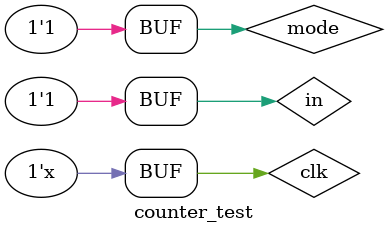
<source format=v>
`timescale 1ns / 1ps


module counter_test;

	// Inputs
	reg mode;
	reg in;
	reg clk;

	// Outputs
	wire [7:0] q;

	// Instantiate the Unit Under Test (UUT)
	counter uut (
		.mode(mode), 
		.in(in), 
		.clk(clk), 
		.q(q)
	);

	initial begin
		// Initialize Inputs
		mode = 0;
		in = 0;
		clk = 0;

		// Wait 100 ns for global reset to finish
		#10;
		
        
		// Add stimulus here
		#20 in=0;
		#20 in=1;
		#20 in=0;
		#20 in=1;
		#20 in=0;
		#20 in=1;
		#20 in=0;
		#20 in=1;
		#20 mode=1;

	end
      
	always
	begin
	#10 clk=~clk;
	end
endmodule


</source>
